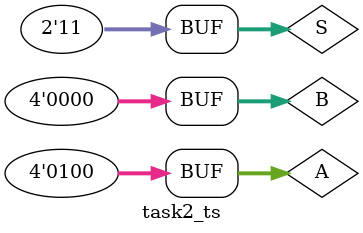
<source format=sv>
`timescale 1ns / 1ps
/*
module mux4(
    input [3:0] A, 
    input [3:0] B,
    input [1:0] S,               // 2-bit select signal
    output reg [3:0] out         // Output alu_out
);
*/

module task2_ts;
    logic [3:0] A, B;
    logic [1:0] S;
    reg [3:0] o;

    mux4 ts(.A(A), .B(B), .S(S), .out(o));

    initial begin
        A = 4'b100; B = 4'b0100; S = 2'b00; #5
        A = 4'b0001; B = 4'b0001; S = 2'b01; #5
        A = 4'b0010; B = 4'b0010; S = 2'b10; #5
        A = 4'b0100; B = 4'b0000; S = 2'b11; 
    end

endmodule


</source>
